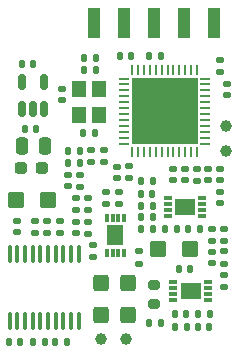
<source format=gbr>
%TF.GenerationSoftware,KiCad,Pcbnew,8.0.4*%
%TF.CreationDate,2024-09-10T15:11:46+03:00*%
%TF.ProjectId,micro17,6d696372-6f31-4372-9e6b-696361645f70,rev?*%
%TF.SameCoordinates,Original*%
%TF.FileFunction,Soldermask,Top*%
%TF.FilePolarity,Negative*%
%FSLAX46Y46*%
G04 Gerber Fmt 4.6, Leading zero omitted, Abs format (unit mm)*
G04 Created by KiCad (PCBNEW 8.0.4) date 2024-09-10 15:11:46*
%MOMM*%
%LPD*%
G01*
G04 APERTURE LIST*
G04 Aperture macros list*
%AMRoundRect*
0 Rectangle with rounded corners*
0 $1 Rounding radius*
0 $2 $3 $4 $5 $6 $7 $8 $9 X,Y pos of 4 corners*
0 Add a 4 corners polygon primitive as box body*
4,1,4,$2,$3,$4,$5,$6,$7,$8,$9,$2,$3,0*
0 Add four circle primitives for the rounded corners*
1,1,$1+$1,$2,$3*
1,1,$1+$1,$4,$5*
1,1,$1+$1,$6,$7*
1,1,$1+$1,$8,$9*
0 Add four rect primitives between the rounded corners*
20,1,$1+$1,$2,$3,$4,$5,0*
20,1,$1+$1,$4,$5,$6,$7,0*
20,1,$1+$1,$6,$7,$8,$9,0*
20,1,$1+$1,$8,$9,$2,$3,0*%
G04 Aperture macros list end*
%ADD10RoundRect,0.135000X-0.185000X0.135000X-0.185000X-0.135000X0.185000X-0.135000X0.185000X0.135000X0*%
%ADD11RoundRect,0.140000X-0.140000X-0.170000X0.140000X-0.170000X0.140000X0.170000X-0.140000X0.170000X0*%
%ADD12RoundRect,0.140000X0.140000X0.170000X-0.140000X0.170000X-0.140000X-0.170000X0.140000X-0.170000X0*%
%ADD13RoundRect,0.135000X-0.135000X-0.185000X0.135000X-0.185000X0.135000X0.185000X-0.135000X0.185000X0*%
%ADD14RoundRect,0.250000X-0.450000X-0.425000X0.450000X-0.425000X0.450000X0.425000X-0.450000X0.425000X0*%
%ADD15RoundRect,0.140000X0.170000X-0.140000X0.170000X0.140000X-0.170000X0.140000X-0.170000X-0.140000X0*%
%ADD16RoundRect,0.150000X0.150000X-0.512500X0.150000X0.512500X-0.150000X0.512500X-0.150000X-0.512500X0*%
%ADD17RoundRect,0.135000X0.185000X-0.135000X0.185000X0.135000X-0.185000X0.135000X-0.185000X-0.135000X0*%
%ADD18RoundRect,0.135000X0.135000X0.185000X-0.135000X0.185000X-0.135000X-0.185000X0.135000X-0.185000X0*%
%ADD19RoundRect,0.140000X-0.170000X0.140000X-0.170000X-0.140000X0.170000X-0.140000X0.170000X0.140000X0*%
%ADD20RoundRect,0.250000X-0.425000X0.450000X-0.425000X-0.450000X0.425000X-0.450000X0.425000X0.450000X0*%
%ADD21C,1.000000*%
%ADD22RoundRect,0.200000X0.275000X-0.200000X0.275000X0.200000X-0.275000X0.200000X-0.275000X-0.200000X0*%
%ADD23RoundRect,0.250000X0.450000X0.425000X-0.450000X0.425000X-0.450000X-0.425000X0.450000X-0.425000X0*%
%ADD24R,0.750000X0.300000*%
%ADD25R,1.750000X1.450000*%
%ADD26R,1.000000X2.500000*%
%ADD27RoundRect,0.100000X-0.100000X0.637500X-0.100000X-0.637500X0.100000X-0.637500X0.100000X0.637500X0*%
%ADD28R,0.300000X0.750000*%
%ADD29R,1.450000X1.750000*%
%ADD30RoundRect,0.250000X-0.250000X-0.475000X0.250000X-0.475000X0.250000X0.475000X-0.250000X0.475000X0*%
%ADD31RoundRect,0.062500X-0.375000X-0.062500X0.375000X-0.062500X0.375000X0.062500X-0.375000X0.062500X0*%
%ADD32RoundRect,0.062500X-0.062500X-0.375000X0.062500X-0.375000X0.062500X0.375000X-0.062500X0.375000X0*%
%ADD33R,5.600000X5.600000*%
%ADD34RoundRect,0.237500X-0.287500X-0.237500X0.287500X-0.237500X0.287500X0.237500X-0.287500X0.237500X0*%
%ADD35R,1.200000X1.400000*%
G04 APERTURE END LIST*
D10*
%TO.C,R13*%
X187600000Y-68865000D03*
X187600000Y-69885000D03*
%TD*%
D11*
%TO.C,C19*%
X192107500Y-66500000D03*
X193067500Y-66500000D03*
%TD*%
D12*
%TO.C,C31*%
X193750000Y-77421250D03*
X192790000Y-77421250D03*
%TD*%
D13*
%TO.C,R29*%
X187290000Y-55000000D03*
X188310000Y-55000000D03*
%TD*%
D14*
%TO.C,C28*%
X193550000Y-71200000D03*
X196250000Y-71200000D03*
%TD*%
D15*
%TO.C,C20*%
X199100000Y-70480000D03*
X199100000Y-69520000D03*
%TD*%
D10*
%TO.C,R1*%
X187900000Y-62790000D03*
X187900000Y-63810000D03*
%TD*%
D13*
%TO.C,R10*%
X192077500Y-67500000D03*
X193097500Y-67500000D03*
%TD*%
D16*
%TO.C,U2*%
X182000000Y-59337500D03*
X182950000Y-59337500D03*
X183900000Y-59337500D03*
X183900000Y-57062500D03*
X182000000Y-57062500D03*
%TD*%
D17*
%TO.C,R5*%
X196805000Y-65390000D03*
X196805000Y-64370000D03*
%TD*%
D10*
%TO.C,R27*%
X186900000Y-64890000D03*
X186900000Y-65910000D03*
%TD*%
D13*
%TO.C,R20*%
X192090000Y-69500000D03*
X193110000Y-69500000D03*
%TD*%
D18*
%TO.C,R16*%
X183935000Y-79037500D03*
X182915000Y-79037500D03*
%TD*%
D17*
%TO.C,R9*%
X199100000Y-72410000D03*
X199100000Y-71390000D03*
%TD*%
D13*
%TO.C,R4*%
X187290000Y-56000000D03*
X188310000Y-56000000D03*
%TD*%
D12*
%TO.C,C17*%
X193080000Y-68500000D03*
X192120000Y-68500000D03*
%TD*%
D19*
%TO.C,C7*%
X197807500Y-64400000D03*
X197807500Y-65360000D03*
%TD*%
D20*
%TO.C,C34*%
X191000000Y-74050000D03*
X191000000Y-76750000D03*
%TD*%
D11*
%TO.C,C13*%
X182280000Y-61000000D03*
X183240000Y-61000000D03*
%TD*%
D13*
%TO.C,R21*%
X194090000Y-69500000D03*
X195110000Y-69500000D03*
%TD*%
D21*
%TO.C,TP2*%
X190800000Y-78800000D03*
%TD*%
D15*
%TO.C,C24*%
X186600000Y-69845000D03*
X186600000Y-68885000D03*
%TD*%
D22*
%TO.C,R24*%
X193200000Y-75846250D03*
X193200000Y-74196250D03*
%TD*%
D19*
%TO.C,C12*%
X185900000Y-64920000D03*
X185900000Y-65880000D03*
%TD*%
D10*
%TO.C,R14*%
X188000000Y-70865000D03*
X188000000Y-71885000D03*
%TD*%
D13*
%TO.C,R8*%
X192090000Y-65400000D03*
X193110000Y-65400000D03*
%TD*%
D18*
%TO.C,R3*%
X193810000Y-54800000D03*
X192790000Y-54800000D03*
%TD*%
D17*
%TO.C,R11*%
X198100000Y-70510000D03*
X198100000Y-69490000D03*
%TD*%
D23*
%TO.C,C26*%
X184250000Y-67000000D03*
X181550000Y-67000000D03*
%TD*%
D20*
%TO.C,C27*%
X188700000Y-74050000D03*
X188700000Y-76750000D03*
%TD*%
D11*
%TO.C,C32*%
X195320000Y-72900000D03*
X196280000Y-72900000D03*
%TD*%
D15*
%TO.C,C23*%
X181600000Y-69780000D03*
X181600000Y-68820000D03*
%TD*%
%TO.C,C30*%
X198800000Y-67280000D03*
X198800000Y-66320000D03*
%TD*%
D17*
%TO.C,R17*%
X191900000Y-72410000D03*
X191900000Y-71390000D03*
%TD*%
D24*
%TO.C,U6*%
X194400000Y-66850000D03*
X194400000Y-67350000D03*
X194400000Y-67850000D03*
X194400000Y-68350000D03*
X197300000Y-68350000D03*
X197300000Y-67850000D03*
X197300000Y-67350000D03*
X197300000Y-66850000D03*
D25*
X195850000Y-67600000D03*
%TD*%
D18*
%TO.C,R22*%
X197910000Y-76712500D03*
X196890000Y-76712500D03*
%TD*%
D26*
%TO.C,J1*%
X188120000Y-52072500D03*
X190660000Y-52072500D03*
X193200000Y-52072500D03*
X195740000Y-52072500D03*
X198280000Y-52072500D03*
%TD*%
D15*
%TO.C,C3*%
X198800000Y-56180000D03*
X198800000Y-55220000D03*
%TD*%
D11*
%TO.C,C29*%
X196920000Y-77812500D03*
X197880000Y-77812500D03*
%TD*%
D12*
%TO.C,C2*%
X188180000Y-61400000D03*
X187220000Y-61400000D03*
%TD*%
D27*
%TO.C,U5*%
X186825000Y-71575000D03*
X186175000Y-71575000D03*
X185525000Y-71575000D03*
X184875000Y-71575000D03*
X184225000Y-71575000D03*
X183575000Y-71575000D03*
X182925000Y-71575000D03*
X182275000Y-71575000D03*
X181625000Y-71575000D03*
X180975000Y-71575000D03*
X180975000Y-77300000D03*
X181625000Y-77300000D03*
X182275000Y-77300000D03*
X182925000Y-77300000D03*
X183575000Y-77300000D03*
X184225000Y-77300000D03*
X184875000Y-77300000D03*
X185525000Y-77300000D03*
X186175000Y-77300000D03*
X186825000Y-77300000D03*
%TD*%
D28*
%TO.C,U4*%
X189187500Y-71487500D03*
X189687500Y-71487500D03*
X190187500Y-71487500D03*
X190687500Y-71487500D03*
X190687500Y-68587500D03*
X190187500Y-68587500D03*
X189687500Y-68587500D03*
X189187500Y-68587500D03*
D29*
X189937500Y-70037500D03*
%TD*%
D19*
%TO.C,C6*%
X199400000Y-57182500D03*
X199400000Y-58142500D03*
%TD*%
D24*
%TO.C,U7*%
X197750000Y-75500000D03*
X197750000Y-75000000D03*
X197750000Y-74500000D03*
X197750000Y-74000000D03*
X194850000Y-74000000D03*
X194850000Y-74500000D03*
X194850000Y-75000000D03*
X194850000Y-75500000D03*
D25*
X196300000Y-74750000D03*
%TD*%
D30*
%TO.C,C10*%
X182050000Y-62500000D03*
X183950000Y-62500000D03*
%TD*%
D18*
%TO.C,R28*%
X186910000Y-62900000D03*
X185890000Y-62900000D03*
%TD*%
D12*
%TO.C,C18*%
X197080000Y-69500000D03*
X196120000Y-69500000D03*
%TD*%
D18*
%TO.C,R26*%
X186910000Y-63906666D03*
X185890000Y-63906666D03*
%TD*%
D31*
%TO.C,U1*%
X190662500Y-56750000D03*
X190662500Y-57250000D03*
X190662500Y-57750000D03*
X190662500Y-58250000D03*
X190662500Y-58750000D03*
X190662500Y-59250000D03*
X190662500Y-59750000D03*
X190662500Y-60250000D03*
X190662500Y-60750000D03*
X190662500Y-61250000D03*
X190662500Y-61750000D03*
X190662500Y-62250000D03*
D32*
X191350000Y-62937500D03*
X191850000Y-62937500D03*
X192350000Y-62937500D03*
X192850000Y-62937500D03*
X193350000Y-62937500D03*
X193850000Y-62937500D03*
X194350000Y-62937500D03*
X194850000Y-62937500D03*
X195350000Y-62937500D03*
X195850000Y-62937500D03*
X196350000Y-62937500D03*
X196850000Y-62937500D03*
D31*
X197537500Y-62250000D03*
X197537500Y-61750000D03*
X197537500Y-61250000D03*
X197537500Y-60750000D03*
X197537500Y-60250000D03*
X197537500Y-59750000D03*
X197537500Y-59250000D03*
X197537500Y-58750000D03*
X197537500Y-58250000D03*
X197537500Y-57750000D03*
X197537500Y-57250000D03*
X197537500Y-56750000D03*
D32*
X196850000Y-56062500D03*
X196350000Y-56062500D03*
X195850000Y-56062500D03*
X195350000Y-56062500D03*
X194850000Y-56062500D03*
X194350000Y-56062500D03*
X193850000Y-56062500D03*
X193350000Y-56062500D03*
X192850000Y-56062500D03*
X192350000Y-56062500D03*
X191850000Y-56062500D03*
X191350000Y-56062500D03*
D33*
X194100000Y-59500000D03*
%TD*%
D18*
%TO.C,R23*%
X195960000Y-77812500D03*
X194940000Y-77812500D03*
%TD*%
D19*
%TO.C,C8*%
X194810000Y-64400000D03*
X194810000Y-65360000D03*
%TD*%
D15*
%TO.C,C16*%
X190200000Y-67355000D03*
X190200000Y-66395000D03*
%TD*%
D19*
%TO.C,C21*%
X186600000Y-66885000D03*
X186600000Y-67845000D03*
%TD*%
D15*
%TO.C,C9*%
X195802500Y-65360000D03*
X195802500Y-64400000D03*
%TD*%
%TO.C,C14*%
X190100000Y-65180000D03*
X190100000Y-64220000D03*
%TD*%
D12*
%TO.C,C22*%
X181880000Y-79037500D03*
X180920000Y-79037500D03*
%TD*%
D10*
%TO.C,R12*%
X187600000Y-66865000D03*
X187600000Y-67885000D03*
%TD*%
D34*
%TO.C,FB1*%
X181925000Y-64300000D03*
X183675000Y-64300000D03*
%TD*%
D15*
%TO.C,C35*%
X189100000Y-67355000D03*
X189100000Y-66395000D03*
%TD*%
D21*
%TO.C,TP14*%
X199300000Y-62900000D03*
%TD*%
D12*
%TO.C,C4*%
X191280000Y-54800000D03*
X190320000Y-54800000D03*
%TD*%
D35*
%TO.C,Y1*%
X186850000Y-57650000D03*
X186850000Y-59850000D03*
X188550000Y-59850000D03*
X188550000Y-57650000D03*
%TD*%
D17*
%TO.C,R15*%
X185200000Y-69847500D03*
X185200000Y-68827500D03*
%TD*%
D21*
%TO.C,TP12*%
X199300000Y-60800000D03*
%TD*%
%TO.C,TP1*%
X188700000Y-78800000D03*
%TD*%
D10*
%TO.C,R19*%
X183125000Y-68827500D03*
X183125000Y-69847500D03*
%TD*%
%TO.C,R18*%
X184125000Y-68827500D03*
X184125000Y-69847500D03*
%TD*%
D19*
%TO.C,C5*%
X198800000Y-64400000D03*
X198800000Y-65360000D03*
%TD*%
%TO.C,C1*%
X185400000Y-57620000D03*
X185400000Y-58580000D03*
%TD*%
D17*
%TO.C,R2*%
X189000000Y-63810000D03*
X189000000Y-62790000D03*
%TD*%
D11*
%TO.C,C11*%
X182000000Y-55500000D03*
X182960000Y-55500000D03*
%TD*%
%TO.C,C33*%
X194970000Y-76712500D03*
X195930000Y-76712500D03*
%TD*%
D10*
%TO.C,R6*%
X191100000Y-64190000D03*
X191100000Y-65210000D03*
%TD*%
D15*
%TO.C,C15*%
X198100000Y-72380000D03*
X198100000Y-71420000D03*
%TD*%
D17*
%TO.C,R7*%
X199150000Y-74410000D03*
X199150000Y-73390000D03*
%TD*%
D11*
%TO.C,C25*%
X184845000Y-79037500D03*
X185805000Y-79037500D03*
%TD*%
M02*

</source>
